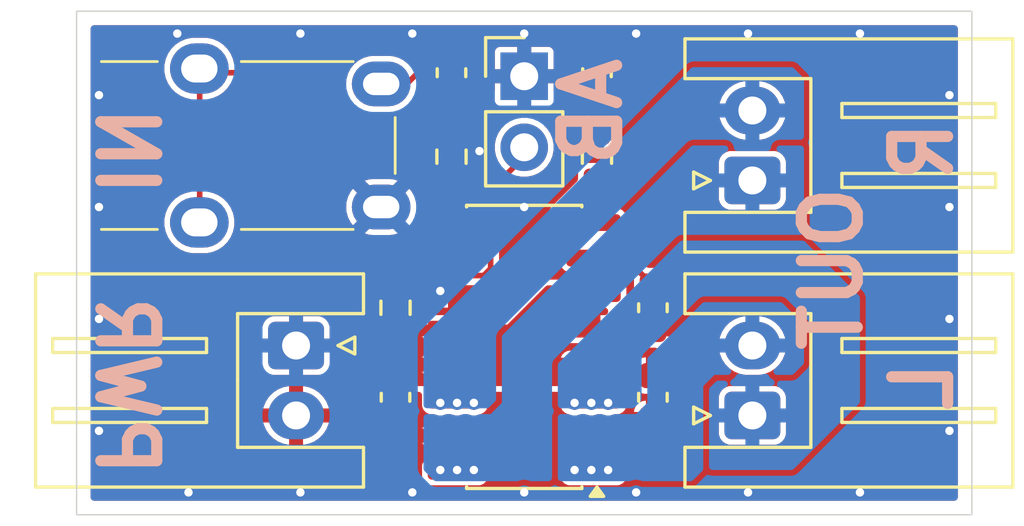
<source format=kicad_pcb>
(kicad_pcb (version 20241229) (generator "pcbnew") (generator_version "9.0")
  (layers (0 "F.Cu" signal) (2 "B.Cu" signal) (13 "F.Paste" user) (15 "B.Paste" user) (5 "F.SilkS" user "F.Silkscreen") (7 "B.SilkS" user "B.Silkscreen") (1 "F.Mask" user) (3 "B.Mask" user) (25 "Edge.Cuts" user))
  (net 0 "")
  (net 1 "INR")
  (net 2 "Net-(U1-INL)")
  (net 3 "GND")
  (net 4 "Net-(U1-INR)")
  (net 5 "INL")
  (net 6 "Net-(U1-VREF)")
  (net 7 "MODE")
  (net 8 "VDD")
  (net 9 "/ROUTN")
  (net 10 "/ROUTP")
  (net 11 "/LOUTN")
  (net 12 "/LOUTP")
  (net 13 "Net-(C1-Pad2)")
  (net 14 "Net-(C2-Pad2)")
  (footprint "Capacitor_SMD:C_0603_1608Metric" (layer "F.Cu") (at 97.4 93.2 -90)
    (property "Reference" "C2" (hide yes))
    (property "Value" "0u1" (hide yes))
    (fp_line (start -0.14058 0.51) (end 0.14058 0.51) (stroke (width 0.12)) (layer "F.SilkS"))
    (fp_line (start -0.14058 -0.51) (end 0.14058 -0.51) (stroke (width 0.12)) (layer "F.SilkS"))
    (pad "1" smd roundrect (at -0.775 0 270) (size 0.9 0.95) (layers "F.Cu" "F.Mask" "F.Paste") (net 1 "INR"))
    (pad "2" smd roundrect (at 0.775 0 270) (size 0.9 0.95) (layers "F.Cu" "F.Mask" "F.Paste") (net 14 "Net-(C2-Pad2)"))
  )
  (footprint "Connector_JST:JST_XH_S2B-XH-A_1x02_P2.50mm_Horizontal" (layer "F.Cu") (at 108.155 105.45 90)
    (property "Reference" "J2" (hide yes))
    (property "Value" "LOUT" (hide yes))
    (fp_line (start 5.06 -2.41) (end 3.64 -2.41) (stroke (width 0.12)) (layer "F.SilkS"))
    (fp_line (start 3.64 -2.41) (end 3.64 2.09) (stroke (width 0.12)) (layer "F.SilkS"))
    (fp_line (start -1.14 -2.41) (end -1.14 2.09) (stroke (width 0.12)) (layer "F.SilkS"))
    (fp_line (start -2.56 -2.41) (end -1.14 -2.41) (stroke (width 0.12)) (layer "F.SilkS"))
    (fp_line (start 0.3 -2.1) (end 0 -1.5) (stroke (width 0.12)) (layer "F.SilkS"))
    (fp_line (start -0.3 -2.1) (end 0.3 -2.1) (stroke (width 0.12)) (layer "F.SilkS"))
    (fp_line (start 0 -1.5) (end -0.3 -2.1) (stroke (width 0.12)) (layer "F.SilkS"))
    (fp_line (start 3.64 2.09) (end 1.25 2.09) (stroke (width 0.12)) (layer "F.SilkS"))
    (fp_line (start -1.14 2.09) (end 1.25 2.09) (stroke (width 0.12)) (layer "F.SilkS"))
    (fp_line (start 2.75 3.2) (end 2.25 3.2) (stroke (width 0.12)) (layer "F.SilkS"))
    (fp_line (start 2.25 3.2) (end 2.25 8.7) (stroke (width 0.12)) (layer "F.SilkS"))
    (fp_line (start 0.25 3.2) (end -0.25 3.2) (stroke (width 0.12)) (layer "F.SilkS"))
    (fp_line (start -0.25 3.2) (end -0.25 8.7) (stroke (width 0.12)) (layer "F.SilkS"))
    (fp_line (start 2.75 8.7) (end 2.75 3.2) (stroke (width 0.12)) (layer "F.SilkS"))
    (fp_line (start 2.25 8.7) (end 2.75 8.7) (stroke (width 0.12)) (layer "F.SilkS"))
    (fp_line (start 0.25 8.7) (end 0.25 3.2) (stroke (width 0.12)) (layer "F.SilkS"))
    (fp_line (start -0.25 8.7) (end 0.25 8.7) (stroke (width 0.12)) (layer "F.SilkS"))
    (fp_line (start 5.06 9.31) (end 5.06 -2.41) (stroke (width 0.12)) (layer "F.SilkS"))
    (fp_line (start 1.25 9.31) (end 5.06 9.31) (stroke (width 0.12)) (layer "F.SilkS"))
    (fp_line (start 1.25 9.31) (end -2.56 9.31) (stroke (width 0.12)) (layer "F.SilkS"))
    (fp_line (start -2.56 9.31) (end -2.56 -2.41) (stroke (width 0.12)) (layer "F.SilkS"))
    (pad "1" thru_hole roundrect (at 0 0 90) (size 1.7 2) (drill 1) (layers "*.Cu" "*.Mask") (roundrect_rratio 0.147059) (net 11 "/LOUTN"))
    (pad "2" thru_hole oval (at 2.5 0 90) (size 1.7 2) (drill 1) (layers "*.Cu" "*.Mask") (net 12 "/LOUTP"))
  )
  (footprint "Library:MJ-8435" (layer "F.Cu") (at 83.8875 95.8 90)
    (property "Reference" "J3" (hide yes))
    (property "Value" "AudioJack3" (hide yes))
    (fp_line (start -3 1) (end -3 3) (stroke (width 0.1)) (layer "F.SilkS"))
    (fp_line (start 3 3) (end 3 1) (stroke (width 0.1)) (layer "F.SilkS"))
    (fp_line (start -3 6) (end -3 10) (stroke (width 0.1)) (layer "F.SilkS"))
    (fp_line (start 3 10) (end 3 6) (stroke (width 0.1)) (layer "F.SilkS"))
    (fp_line (start -1 11.5) (end 1 11.5) (stroke (width 0.1)) (layer "F.SilkS"))
    (pad "R" thru_hole roundrect (at 2.2 11 90) (size 1.6 2.1) (drill oval 0.8 1.3) (layers "*.Cu" "*.Mask") (roundrect_rratio 0.5) (net 1 "INR"))
    (pad "S" thru_hole roundrect (at -2.2 11 90) (size 1.6 2.1) (drill oval 0.8 1.3) (layers "*.Cu" "*.Mask") (roundrect_rratio 0.5) (net 3 "GND"))
    (pad "T" thru_hole roundrect (at -2.75 4.5 90) (size 1.8 2.1) (drill oval 1 1.3) (layers "*.Cu" "*.Mask") (roundrect_rratio 0.5) (net 5 "INL"))
    (pad "T" thru_hole roundrect (at 2.75 4.5 90) (size 1.8 2.1) (drill oval 1 1.3) (layers "*.Cu" "*.Mask") (roundrect_rratio 0.5) (net 5 "INL"))
  )
  (footprint "Resistor_SMD:R_0603_1608Metric" (layer "F.Cu") (at 95.4 101.6 90)
    (property "Reference" "R1" (hide yes))
    (property "Value" "10k" (hide yes))
    (fp_line (start -0.237258 -0.5225) (end 0.237258 -0.5225) (stroke (width 0.12)) (layer "F.SilkS"))
    (fp_line (start -0.237258 0.5225) (end 0.237258 0.5225) (stroke (width 0.12)) (layer "F.SilkS"))
    (pad "1" smd roundrect (at -0.825 0 90) (size 0.8 0.95) (layers "F.Cu" "F.Mask" "F.Paste") (net 8 "VDD"))
    (pad "2" smd roundrect (at 0.825 0 90) (size 0.8 0.95) (layers "F.Cu" "F.Mask" "F.Paste") (net 7 "MODE"))
  )
  (footprint "Package_SO:SOIC-16_3.9x9.9mm_P1.27mm" (layer "F.Cu") (at 100 103 180)
    (property "Reference" "U1" (hide yes))
    (property "Value" "PAM8406D" (hide yes))
    (fp_line (start 2.06 5.06) (end -2.06 5.06) (stroke (width 0.12)) (layer "F.SilkS"))
    (fp_line (start 2.06 5.005) (end 2.06 5.06) (stroke (width 0.12)) (layer "F.SilkS"))
    (fp_line (start 2.06 -5.06) (end 2.06 -5.005) (stroke (width 0.12)) (layer "F.SilkS"))
    (fp_line (start -2.06 5.06) (end -2.06 5.005) (stroke (width 0.12)) (layer "F.SilkS"))
    (fp_line (start -2.06 -5.005) (end -2.06 -5.06) (stroke (width 0.12)) (layer "F.SilkS"))
    (fp_line (start -2.06 -5.06) (end 2.06 -5.06) (stroke (width 0.12)) (layer "F.SilkS"))
    (fp_poly (pts (xy -2.6 -5.01) (xy -2.84 -5.34) (xy -2.36 -5.34)) (stroke (width 0.12)) (fill yes) (layer "F.SilkS"))
    (pad "1" smd roundrect (at -2.475 -4.445 180) (size 1.95 0.6) (layers "F.Cu" "F.Mask" "F.Paste") (net 12 "/LOUTP"))
    (pad "2" smd roundrect (at -2.475 -3.175 180) (size 1.95 0.6) (layers "F.Cu" "F.Mask" "F.Paste") (net 3 "GND"))
    (pad "3" smd roundrect (at -2.475 -1.905 180) (size 1.95 0.6) (layers "F.Cu" "F.Mask" "F.Paste") (net 11 "/LOUTN"))
    (pad "4" smd roundrect (at -2.475 -0.635 180) (size 1.95 0.6) (layers "F.Cu" "F.Mask" "F.Paste") (net 8 "VDD"))
    (pad "5" smd roundrect (at -2.475 0.635 180) (size 1.95 0.6) (layers "F.Cu" "F.Mask" "F.Paste") (net 8 "VDD"))
    (pad "6" smd roundrect (at -2.475 1.905 180) (size 1.95 0.6) (layers "F.Cu" "F.Mask" "F.Paste") (net 8 "VDD"))
    (pad "7" smd roundrect (at -2.475 3.175 180) (size 1.95 0.6) (layers "F.Cu" "F.Mask" "F.Paste") (net 2 "Net-(U1-INL)"))
    (pad "8" smd roundrect (at -2.475 4.445 180) (size 1.95 0.6) (layers "F.Cu" "F.Mask" "F.Paste") (net 6 "Net-(U1-VREF)"))
    (pad "9" smd roundrect (at 2.475 4.445 180) (size 1.95 0.6) (layers "F.Cu" "F.Mask" "F.Paste") (net 7 "MODE"))
    (pad "10" smd roundrect (at 2.475 3.175 180) (size 1.95 0.6) (layers "F.Cu" "F.Mask" "F.Paste") (net 4 "Net-(U1-INR)"))
    (pad "11" smd roundrect (at 2.475 1.905 180) (size 1.95 0.6) (layers "F.Cu" "F.Mask" "F.Paste") (net 3 "GND"))
    (pad "12" smd roundrect (at 2.475 0.635 180) (size 1.95 0.6) (layers "F.Cu" "F.Mask" "F.Paste") (net 8 "VDD"))
    (pad "13" smd roundrect (at 2.475 -0.635 180) (size 1.95 0.6) (layers "F.Cu" "F.Mask" "F.Paste") (net 8 "VDD"))
    (pad "14" smd roundrect (at 2.475 -1.905 180) (size 1.95 0.6) (layers "F.Cu" "F.Mask" "F.Paste") (net 10 "/ROUTP"))
    (pad "15" smd roundrect (at 2.475 -3.175 180) (size 1.95 0.6) (layers "F.Cu" "F.Mask" "F.Paste") (net 3 "GND"))
    (pad "16" smd roundrect (at 2.475 -4.445 180) (size 1.95 0.6) (layers "F.Cu" "F.Mask" "F.Paste") (net 9 "/ROUTN"))
  )
  (footprint "Connector_PinHeader_2.54mm:PinHeader_1x02_P2.54mm_Vertical" (layer "F.Cu") (at 100 93.325)
    (property "Reference" "JP1" (hide yes))
    (property "Value" "AB" (hide yes))
    (fp_line (start -1.38 -1.38) (end 0 -1.38) (stroke (width 0.12)) (layer "F.SilkS"))
    (fp_line (start -1.38 0) (end -1.38 -1.38) (stroke (width 0.12)) (layer "F.SilkS"))
    (fp_line (start -1.38 1.27) (end -1.38 3.92) (stroke (width 0.12)) (layer "F.SilkS"))
    (fp_line (start -1.38 1.27) (end 1.38 1.27) (stroke (width 0.12)) (layer "F.SilkS"))
    (fp_line (start -1.38 3.92) (end 1.38 3.92) (stroke (width 0.12)) (layer "F.SilkS"))
    (fp_line (start 1.38 1.27) (end 1.38 3.92) (stroke (width 0.12)) (layer "F.SilkS"))
    (pad "1" thru_hole rect (at 0 0) (size 1.7 1.7) (drill 1) (layers "*.Cu" "*.Mask") (net 3 "GND"))
    (pad "2" thru_hole circle (at 0 2.54) (size 1.7 1.7) (drill 1) (layers "*.Cu" "*.Mask") (net 7 "MODE"))
  )
  (footprint "Resistor_SMD:R_0603_1608Metric" (layer "F.Cu") (at 102.6 96.2 -90)
    (property "Reference" "R2" (hide yes))
    (property "Value" "10k" (hide yes))
    (fp_line (start -0.237258 0.5225) (end 0.237258 0.5225) (stroke (width 0.12)) (layer "F.SilkS"))
    (fp_line (start -0.237258 -0.5225) (end 0.237258 -0.5225) (stroke (width 0.12)) (layer "F.SilkS"))
    (pad "1" smd roundrect (at -0.825 0 270) (size 0.8 0.95) (layers "F.Cu" "F.Mask" "F.Paste") (net 13 "Net-(C1-Pad2)"))
    (pad "2" smd roundrect (at 0.825 0 270) (size 0.8 0.95) (layers "F.Cu" "F.Mask" "F.Paste") (net 2 "Net-(U1-INL)"))
  )
  (footprint "Capacitor_SMD:C_0603_1608Metric" (layer "F.Cu") (at 104.6 101.6 90)
    (property "Reference" "C3" (hide yes))
    (property "Value" "0u1" (hide yes))
    (fp_line (start -0.14058 -0.51) (end 0.14058 -0.51) (stroke (width 0.12)) (layer "F.SilkS"))
    (fp_line (start -0.14058 0.51) (end 0.14058 0.51) (stroke (width 0.12)) (layer "F.SilkS"))
    (pad "1" smd roundrect (at -0.775 0 90) (size 0.9 0.95) (layers "F.Cu" "F.Mask" "F.Paste") (net 3 "GND"))
    (pad "2" smd roundrect (at 0.775 0 90) (size 0.9 0.95) (layers "F.Cu" "F.Mask" "F.Paste") (net 6 "Net-(U1-VREF)"))
  )
  (footprint "Capacitor_SMD:C_0603_1608Metric" (layer "F.Cu") (at 102.6 93.2 -90)
    (property "Reference" "C1" (hide yes))
    (property "Value" "0u1" (hide yes))
    (fp_line (start -0.14058 0.51) (end 0.14058 0.51) (stroke (width 0.12)) (layer "F.SilkS"))
    (fp_line (start -0.14058 -0.51) (end 0.14058 -0.51) (stroke (width 0.12)) (layer "F.SilkS"))
    (pad "1" smd roundrect (at -0.775 0 270) (size 0.9 0.95) (layers "F.Cu" "F.Mask" "F.Paste") (net 5 "INL"))
    (pad "2" smd roundrect (at 0.775 0 270) (size 0.9 0.95) (layers "F.Cu" "F.Mask" "F.Paste") (net 13 "Net-(C1-Pad2)"))
  )
  (footprint "Connector_JST:JST_XH_S2B-XH-A_1x02_P2.50mm_Horizontal" (layer "F.Cu") (at 91.845 102.95 -90)
    (property "Reference" "J4" (hide yes))
    (property "Value" "PWR" (hide yes))
    (fp_line (start -2.56 9.31) (end -2.56 -2.41) (stroke (width 0.12)) (layer "F.SilkS"))
    (fp_line (start 1.25 9.31) (end -2.56 9.31) (stroke (width 0.12)) (layer "F.SilkS"))
    (fp_line (start 1.25 9.31) (end 5.06 9.31) (stroke (width 0.12)) (layer "F.SilkS"))
    (fp_line (start 5.06 9.31) (end 5.06 -2.41) (stroke (width 0.12)) (layer "F.SilkS"))
    (fp_line (start -0.25 8.7) (end 0.25 8.7) (stroke (width 0.12)) (layer "F.SilkS"))
    (fp_line (start 0.25 8.7) (end 0.25 3.2) (stroke (width 0.12)) (layer "F.SilkS"))
    (fp_line (start 2.25 8.7) (end 2.75 8.7) (stroke (width 0.12)) (layer "F.SilkS"))
    (fp_line (start 2.75 8.7) (end 2.75 3.2) (stroke (width 0.12)) (layer "F.SilkS"))
    (fp_line (start -0.25 3.2) (end -0.25 8.7) (stroke (width 0.12)) (layer "F.SilkS"))
    (fp_line (start 0.25 3.2) (end -0.25 3.2) (stroke (width 0.12)) (layer "F.SilkS"))
    (fp_line (start 2.25 3.2) (end 2.25 8.7) (stroke (width 0.12)) (layer "F.SilkS"))
    (fp_line (start 2.75 3.2) (end 2.25 3.2) (stroke (width 0.12)) (layer "F.SilkS"))
    (fp_line (start -1.14 2.09) (end 1.25 2.09) (stroke (width 0.12)) (layer "F.SilkS"))
    (fp_line (start 3.64 2.09) (end 1.25 2.09) (stroke (width 0.12)) (layer "F.SilkS"))
    (fp_line (start 0 -1.5) (end -0.3 -2.1) (stroke (width 0.12)) (layer "F.SilkS"))
    (fp_line (start -0.3 -2.1) (end 0.3 -2.1) (stroke (width 0.12)) (layer "F.SilkS"))
    (fp_line (start 0.3 -2.1) (end 0 -1.5) (stroke (width 0.12)) (layer "F.SilkS"))
    (fp_line (start -2.56 -2.41) (end -1.14 -2.41) (stroke (width 0.12)) (layer "F.SilkS"))
    (fp_line (start -1.14 -2.41) (end -1.14 2.09) (stroke (width 0.12)) (layer "F.SilkS"))
    (fp_line (start 3.64 -2.41) (end 3.64 2.09) (stroke (width 0.12)) (layer "F.SilkS"))
    (fp_line (start 5.06 -2.41) (end 3.64 -2.41) (stroke (width 0.12)) (layer "F.SilkS"))
    (pad "1" thru_hole roundrect (at 0 0 270) (size 1.7 2) (drill 1) (layers "*.Cu" "*.Mask") (roundrect_rratio 0.147059) (net 3 "GND"))
    (pad "2" thru_hole oval (at 2.5 0 270) (size 1.7 2) (drill 1) (layers "*.Cu" "*.Mask") (net 8 "VDD"))
  )
  (footprint "Capacitor_SMD:C_0603_1608Metric" (layer "F.Cu") (at 95.4 104.8 90)
    (property "Reference" "C5" (hide yes))
    (property "Value" "1u" (hide yes))
    (fp_line (start -0.14058 -0.51) (end 0.14058 -0.51) (stroke (width 0.12)) (layer "F.SilkS"))
    (fp_line (start -0.14058 0.51) (end 0.14058 0.51) (stroke (width 0.12)) (layer "F.SilkS"))
    (pad "1" smd roundrect (at -0.775 0 90) (size 0.9 0.95) (layers "F.Cu" "F.Mask" "F.Paste") (net 3 "GND"))
    (pad "2" smd roundrect (at 0.775 0 90) (size 0.9 0.95) (layers "F.Cu" "F.Mask" "F.Paste") (net 8 "VDD"))
  )
  (footprint "Capacitor_SMD:C_0603_1608Metric" (layer "F.Cu") (at 104.6 104.8 90)
    (property "Reference" "C6" (hide yes))
    (property "Value" "1u" (hide yes))
    (fp_line (start -0.14058 -0.51) (end 0.14058 -0.51) (stroke (width 0.12)) (layer "F.SilkS"))
    (fp_line (start -0.14058 0.51) (end 0.14058 0.51) (stroke (width 0.12)) (layer "F.SilkS"))
    (pad "1" smd roundrect (at -0.775 0 90) (size 0.9 0.95) (layers "F.Cu" "F.Mask" "F.Paste") (net 3 "GND"))
    (pad "2" smd roundrect (at 0.775 0 90) (size 0.9 0.95) (layers "F.Cu" "F.Mask" "F.Paste") (net 8 "VDD"))
  )
  (footprint "Resistor_SMD:R_0603_1608Metric" (layer "F.Cu") (at 97.4 96.2 -90)
    (property "Reference" "R3" (hide yes))
    (property "Value" "10k" (hide yes))
    (fp_line (start -0.237258 0.5225) (end 0.237258 0.5225) (stroke (width 0.12)) (layer "F.SilkS"))
    (fp_line (start -0.237258 -0.5225) (end 0.237258 -0.5225) (stroke (width 0.12)) (layer "F.SilkS"))
    (pad "1" smd roundrect (at -0.825 0 270) (size 0.8 0.95) (layers "F.Cu" "F.Mask" "F.Paste") (net 14 "Net-(C2-Pad2)"))
    (pad "2" smd roundrect (at 0.825 0 270) (size 0.8 0.95) (layers "F.Cu" "F.Mask" "F.Paste") (net 4 "Net-(U1-INR)"))
  )
  (footprint "Connector_JST:JST_XH_S2B-XH-A_1x02_P2.50mm_Horizontal" (layer "F.Cu") (at 108.155 97.05 90)
    (property "Reference" "J1" (hide yes))
    (property "Value" "ROUT" (hide yes))
    (fp_line (start 5.06 -2.41) (end 3.64 -2.41) (stroke (width 0.12)) (layer "F.SilkS"))
    (fp_line (start 3.64 -2.41) (end 3.64 2.09) (stroke (width 0.12)) (layer "F.SilkS"))
    (fp_line (start -1.14 -2.41) (end -1.14 2.09) (stroke (width 0.12)) (layer "F.SilkS"))
    (fp_line (start -2.56 -2.41) (end -1.14 -2.41) (stroke (width 0.12)) (layer "F.SilkS"))
    (fp_line (start 0.3 -2.1) (end 0 -1.5) (stroke (width 0.12)) (layer "F.SilkS"))
    (fp_line (start -0.3 -2.1) (end 0.3 -2.1) (stroke (width 0.12)) (layer "F.SilkS"))
    (fp_line (start 0 -1.5) (end -0.3 -2.1) (stroke (width 0.12)) (layer "F.SilkS"))
    (fp_line (start 3.64 2.09) (end 1.25 2.09) (stroke (width 0.12)) (layer "F.SilkS"))
    (fp_line (start -1.14 2.09) (end 1.25 2.09) (stroke (width 0.12)) (layer "F.SilkS"))
    (fp_line (start 2.75 3.2) (end 2.25 3.2) (stroke (width 0.12)) (layer "F.SilkS"))
    (fp_line (start 2.25 3.2) (end 2.25 8.7) (stroke (width 0.12)) (layer "F.SilkS"))
    (fp_line (start 0.25 3.2) (end -0.25 3.2) (stroke (width 0.12)) (layer "F.SilkS"))
    (fp_line (start -0.25 3.2) (end -0.25 8.7) (stroke (width 0.12)) (layer "F.SilkS"))
    (fp_line (start 2.75 8.7) (end 2.75 3.2) (stroke (width 0.12)) (layer "F.SilkS"))
    (fp_line (start 2.25 8.7) (end 2.75 8.7) (stroke (width 0.12)) (layer "F.SilkS"))
    (fp_line (start 0.25 8.7) (end 0.25 3.2) (stroke (width 0.12)) (layer "F.SilkS"))
    (fp_line (start -0.25 8.7) (end 0.25 8.7) (stroke (width 0.12)) (layer "F.SilkS"))
    (fp_line (start 5.06 9.31) (end 5.06 -2.41) (stroke (width 0.12)) (layer "F.SilkS"))
    (fp_line (start 1.25 9.31) (end 5.06 9.31) (stroke (width 0.12)) (layer "F.SilkS"))
    (fp_line (start 1.25 9.31) (end -2.56 9.31) (stroke (width 0.12)) (layer "F.SilkS"))
    (fp_line (start -2.56 9.31) (end -2.56 -2.41) (stroke (width 0.12)) (layer "F.SilkS"))
    (pad "1" thru_hole roundrect (at 0 0 90) (size 1.7 2) (drill 1) (layers "*.Cu" "*.Mask") (roundrect_rratio 0.147059) (net 9 "/ROUTN"))
    (pad "2" thru_hole oval (at 2.5 0 90) (size 1.7 2) (drill 1) (layers "*.Cu" "*.Mask") (net 10 "/ROUTP"))
  )
  (footprint "Library:PCB.MCBEERINGI.DEV_small" (layer "B.Cu") (at 91.4 95.8 45)
    (property "Reference" "" (at 0 0 45) (layer "B.SilkS") (effects (font (size 1.27 1.27)) (justify mirror)))
    (property "Value" "")
  )
  (footprint "Library:mcbeeringi_icon_5mm" (layer "B.Cu") (at 97.4 95.6 45)
    (property "Reference" "" (at 0 0 45) (layer "B.SilkS") (effects (font (size 1.27 1.27)) (justify mirror)))
    (property "Value" "mcbeeringi_icon" (hide yes))
  )
  (gr_line (start 84 91) (end 84 109) (stroke (width 0.05)) (layer "Edge.Cuts"))
  (gr_line (start 84 91) (end 116 91) (stroke (width 0.05)) (layer "Edge.Cuts"))
  (gr_line (start 84 109) (end 116 109) (stroke (width 0.05)) (layer "Edge.Cuts"))
  (gr_line (start 116 91) (end 116 109) (stroke (width 0.05)) (layer "Edge.Cuts"))
  (gr_text "AB" (at 102.4 94.6 90) (layer "B.SilkS") (effects (font (size 2 2) (thickness 0.4) (bold yes)) (justify mirror)))
  (gr_text "R" (at 115.4 96 90) (layer "B.SilkS") (effects (font (size 2 2) (thickness 0.4) (bold yes)) (justify bottom mirror)))
  (gr_text "PWR" (at 84.6 104.4 270) (layer "B.SilkS") (effects (font (size 2 2) (thickness 0.4) (bold yes)) (justify bottom mirror)))
  (gr_text "IN" (at 84.6 96 270) (layer "B.SilkS") (effects (font (size 2 2) (thickness 0.4) (bold yes)) (justify bottom mirror)))
  (gr_text "L" (at 115.4 104.4 90) (layer "B.SilkS") (effects (font (size 2 2) (thickness 0.4) (bold yes)) (justify bottom mirror)))
  (gr_text "OUT" (at 111 100.2 90) (layer "B.SilkS") (effects (font (size 2 2) (thickness 0.4) (bold yes)) (justify mirror)))
  (segment (start 95.8 93.6) (end 94.8875 93.6) (width 0.2) (layer "F.Cu") (net 1))
  (segment (start 97.4 92.425) (end 96.975 92.425) (width 0.2) (layer "F.Cu") (net 1))
  (segment (start 96.975 92.425) (end 95.8 93.6) (width 0.2) (layer "F.Cu") (net 1))
  (segment (start 102.375 97.025) (end 101.199 98.201) (width 0.2) (layer "F.Cu") (net 2))
  (segment (start 101.199 98.201) (end 101.199 98.999) (width 0.2) (layer "F.Cu") (net 2))
  (segment (start 102.6 97.025) (end 102.375 97.025) (width 0.2) (layer "F.Cu") (net 2))
  (segment (start 101.199 98.999) (end 102.025 99.825) (width 0.2) (layer "F.Cu") (net 2))
  (segment (start 102.025 99.825) (end 102.475 99.825) (width 0.2) (layer "F.Cu") (net 2))
  (via (at 108 91.8) (size 0.5) (drill 0.3) (layers "F.Cu" "B.Cu") (net 3))
  (via (at 92 108.2) (size 0.5) (drill 0.3) (layers "F.Cu" "B.Cu") (net 3))
  (via (at 112 108.2) (size 0.5) (drill 0.3) (layers "F.Cu" "B.Cu") (net 3))
  (via (at 96 108.2) (size 0.5) (drill 0.3) (layers "F.Cu" "B.Cu") (net 3))
  (via (at 115.2 98) (size 0.5) (drill 0.3) (layers "F.Cu" "B.Cu") (net 3))
  (via (at 88 108.2) (size 0.5) (drill 0.3) (layers "F.Cu" "B.Cu") (net 3))
  (via (at 96 91.8) (size 0.5) (drill 0.3) (layers "F.Cu" "B.Cu") (net 3))
  (via (at 100 91.8) (size 0.5) (drill 0.3) (layers "F.Cu" "B.Cu") (net 3))
  (via (at 84.8 102) (size 0.5) (drill 0.3) (layers "F.Cu" "B.Cu") (net 3))
  (via (at 84.8 98) (size 0.5) (drill 0.3) (layers "F.Cu" "B.Cu") (net 3))
  (via (at 98.4 96) (size 0.5) (drill 0.3) (layers "F.Cu" "B.Cu") (net 3))
  (via (at 92 91.8) (size 0.5) (drill 0.3) (layers "F.Cu" "B.Cu") (net 3))
  (via (at 112 91.8) (size 0.5) (drill 0.3) (layers "F.Cu" "B.Cu") (net 3))
  (via (at 104 108.2) (size 0.5) (drill 0.3) (layers "F.Cu" "B.Cu") (net 3))
  (via (at 108 108.2) (size 0.5) (drill 0.3) (layers "F.Cu" "B.Cu") (net 3))
  (via (at 115.2 102) (size 0.5) (drill 0.3) (layers "F.Cu" "B.Cu") (net 3))
  (via (at 84.8 94) (size 0.5) (drill 0.3) (layers "F.Cu" "B.Cu") (net 3))
  (via (at 87.6 91.8) (size 0.5) (drill 0.3) (layers "F.Cu" "B.Cu") (net 3))
  (via (at 100 98) (size 0.5) (drill 0.3) (layers "F.Cu" "B.Cu") (net 3))
  (via (at 115.2 94) (size 0.5) (drill 0.3) (layers "F.Cu" "B.Cu") (net 3))
  (via (at 84.8 106) (size 0.5) (drill 0.3) (layers "F.Cu" "B.Cu") (net 3))
  (via (at 100 108.2) (size 0.5) (drill 0.3) (layers "F.Cu" "B.Cu") (net 3))
  (via (at 104 91.8) (size 0.5) (drill 0.3) (layers "F.Cu" "B.Cu") (net 3))
  (via (at 97 101) (size 0.5) (drill 0.3) (layers "F.Cu" "B.Cu") (net 3))
  (via (at 115.2 106) (size 0.5) (drill 0.3) (layers "F.Cu" "B.Cu") (net 3))
  (segment (start 96.249 97.951) (end 96.249 99.523999) (width 0.2) (layer "F.Cu") (net 4))
  (segment (start 97.175 97.025) (end 96.249 97.951) (width 0.2) (layer "F.Cu") (net 4))
  (segment (start 96.550001 99.825) (end 97.525 99.825) (width 0.2) (layer "F.Cu") (net 4))
  (segment (start 97.4 97.025) (end 97.175 97.025) (width 0.2) (layer "F.Cu") (net 4))
  (segment (start 96.249 99.523999) (end 96.550001 99.825) (width 0.2) (layer "F.Cu") (net 4))
  (segment (start 96.8 93.2) (end 96.4 93.6) (width 0.2) (layer "F.Cu") (net 5))
  (segment (start 98.2 93.4) (end 98 93.2) (width 0.2) (layer "F.Cu") (net 5))
  (segment (start 102.6 92.425) (end 101.8 93.225) (width 0.2) (layer "F.Cu") (net 5))
  (segment (start 88.4 93.0625) (end 88.4 98.5375) (width 0.2) (layer "F.Cu") (net 5))
  (segment (start 96.4 94) (end 95.6 94.8) (width 0.2) (layer "F.Cu") (net 5))
  (segment (start 101.8 93.225) (end 101.8 93.8) (width 0.2) (layer "F.Cu") (net 5))
  (segment (start 94.2 94.8) (end 92.6 93.2) (width 0.2) (layer "F.Cu") (net 5))
  (segment (start 101.8 93.8) (end 101 94.6) (width 0.2) (layer "F.Cu") (net 5))
  (segment (start 88.3875 93.05) (end 88.4 93.0625) (width 0.2) (layer "F.Cu") (net 5))
  (segment (start 98 93.2) (end 96.8 93.2) (width 0.2) (layer "F.Cu") (net 5))
  (segment (start 88.5375 93.2) (end 88.3875 93.05) (width 0.2) (layer "F.Cu") (net 5))
  (segment (start 101 94.6) (end 99 94.6) (width 0.2) (layer "F.Cu") (net 5))
  (segment (start 88.4 98.5375) (end 88.3875 98.55) (width 0.2) (layer "F.Cu") (net 5))
  (segment (start 99 94.6) (end 98.2 93.8) (width 0.2) (layer "F.Cu") (net 5))
  (segment (start 92.6 93.2) (end 88.5375 93.2) (width 0.2) (layer "F.Cu") (net 5))
  (segment (start 96.4 93.6) (end 96.4 94) (width 0.2) (layer "F.Cu") (net 5))
  (segment (start 98.2 93.8) (end 98.2 93.4) (width 0.2) (layer "F.Cu") (net 5))
  (segment (start 95.6 94.8) (end 94.2 94.8) (width 0.2) (layer "F.Cu") (net 5))
  (segment (start 102.475 98.555) (end 102.955 98.555) (width 0.2) (layer "F.Cu") (net 6))
  (segment (start 102.955 98.555) (end 103.8 99.4) (width 0.2) (layer "F.Cu") (net 6))
  (segment (start 103.8 100) (end 104.6 100.8) (width 0.2) (layer "F.Cu") (net 6))
  (segment (start 104.6 100.8) (end 104.6 100.825) (width 0.2) (layer "F.Cu") (net 6))
  (segment (start 103.8 99.4) (end 103.8 100) (width 0.2) (layer "F.Cu") (net 6))
  (segment (start 95.4 100.775) (end 95.425 100.775) (width 0.2) (layer "F.Cu") (net 7))
  (segment (start 98.8 100.2) (end 98.8 99.4) (width 0.2) (layer "F.Cu") (net 7))
  (segment (start 100 96.2) (end 100 95.865) (width 0.2) (layer "F.Cu") (net 7))
  (segment (start 95.75 100.45) (end 98.55 100.45) (width 0.2) (layer "F.Cu") (net 7))
  (segment (start 98.55 100.45) (end 98.8 100.2) (width 0.2) (layer "F.Cu") (net 7))
  (segment (start 97.955 98.555) (end 97.525 98.555) (width 0.2) (layer "F.Cu") (net 7))
  (segment (start 97.645 98.555) (end 100 96.2) (width 0.2) (layer "F.Cu") (net 7))
  (segment (start 95.425 100.775) (end 95.75 100.45) (width 0.2) (layer "F.Cu") (net 7))
  (segment (start 98.8 99.4) (end 97.955 98.555) (width 0.2) (layer "F.Cu") (net 7))
  (segment (start 97.525 98.555) (end 97.645 98.555) (width 0.2) (layer "F.Cu") (net 7))
  (via (at 98.2 107.4) (size 0.5) (drill 0.3) (layers "F.Cu" "B.Cu") (net 9))
  (via (at 97 107.4) (size 0.5) (drill 0.3) (layers "F.Cu" "B.Cu") (net 9))
  (via (at 97.6 107.4) (size 0.5) (drill 0.3) (layers "F.Cu" "B.Cu") (net 9))
  (via (at 98.2 105) (size 0.5) (drill 0.3) (layers "F.Cu" "B.Cu") (net 10))
  (via (at 97.6 105) (size 0.5) (drill 0.3) (layers "F.Cu" "B.Cu") (net 10))
  (via (at 97 105) (size 0.5) (drill 0.3) (layers "F.Cu" "B.Cu") (net 10))
  (via (at 102.4 105) (size 0.5) (drill 0.3) (layers "F.Cu" "B.Cu") (net 11))
  (via (at 101.8 105) (size 0.5) (drill 0.3) (layers "F.Cu" "B.Cu") (net 11))
  (via (at 103 105) (size 0.5) (drill 0.3) (layers "F.Cu" "B.Cu") (net 11))
  (via (at 102.4 107.4) (size 0.5) (drill 0.3) (layers "F.Cu" "B.Cu") (net 12))
  (via (at 103 107.4) (size 0.5) (drill 0.3) (layers "F.Cu" "B.Cu") (net 12))
  (via (at 101.8 107.4) (size 0.5) (drill 0.3) (layers "F.Cu" "B.Cu") (net 12))
  (segment (start 102.6 93.975) (end 102.6 95.375) (width 0.2) (layer "F.Cu") (net 13))
  (segment (start 97.4 93.975) (end 97.4 95.375) (width 0.2) (layer "F.Cu") (net 14))
  (zone (net 8) (net_name "VDD") (layer "F.Cu") (priority 5) (connect_pads (clearance 0.2)) (min_thickness 0.25) (fill yes (thermal_gap 0.2) (thermal_bridge_width 0.5))
    (polygon (pts (xy 104.8 102.8) (xy 103 102.8) (xy 103 100.8) (xy 100.8 100.8) (xy 99.4 102.2) (xy 94.6 102.2) (xy 92.8 104) (xy 90.6 104) (xy 90.2 104.4) (xy 90.2 106.4) (xy 90.6 106.8) (xy 93 106.8) (xy 95.4 104.4) (xy 104.8 104.4)))
  )
  (zone (net 3) (net_name "GND") (layers "F.Cu" "B.Cu") (connect_pads (clearance 0.2)) (min_thickness 0.25) (fill yes (thermal_gap 0.2) (thermal_bridge_width 0.5))
    (polygon (pts (xy 83.6 90.6) (xy 116.4 90.6) (xy 116.4 109.4) (xy 83.6 109.4)))
  )
  (zone (net 12) (net_name "/LOUTP") (layer "B.Cu") (priority 4) (connect_pads (clearance 0.2)) (min_thickness 0.25) (fill yes (thermal_gap 0.2) (thermal_bridge_width 0.5))
    (polygon (pts (xy 101.2 107.8) (xy 101.2 105.4) (xy 104 105.4) (xy 104.4 105) (xy 104.4 103.4) (xy 106.4 101.4) (xy 109.2 101.4) (xy 110 102.2) (xy 110 103.6) (xy 109.6 104) (xy 106.8 104) (xy 106.4 104.4) (xy 106.4 107.4) (xy 106 107.8)))
  )
  (zone (net 10) (net_name "/ROUTP") (layer "B.Cu") (priority 1) (connect_pads (clearance 0.2)) (min_thickness 0.25) (fill yes (thermal_gap 0.2) (thermal_bridge_width 0.5))
    (polygon (pts (xy 96.4 105.4) (xy 96.4 102.6) (xy 106 93) (xy 109.6 93) (xy 110 93.4) (xy 110 105.4)))
  )
  (zone (net 11) (net_name "/LOUTN") (layer "B.Cu") (priority 3) (connect_pads (clearance 0.2)) (min_thickness 0.25) (fill yes (thermal_gap 0.2) (thermal_bridge_width 0.5))
    (polygon (pts (xy 106.4 107.4) (xy 109.6 107.4) (xy 112 105) (xy 112 101.2) (xy 110 99.2) (xy 105.6 99.2) (xy 101.2 103.6) (xy 101.2 105.4)))
  )
  (zone (net 9) (net_name "/ROUTN") (layer "B.Cu") (priority 2) (connect_pads (clearance 0.2)) (min_thickness 0.25) (fill yes (thermal_gap 0.2) (thermal_bridge_width 0.5))
    (polygon (pts (xy 99.2 102.6) (xy 99.2 105) (xy 98.8 105.4) (xy 96.4 105.4) (xy 96.4 107.4) (xy 96.8 107.8) (xy 101 107.8) (xy 110 99.2) (xy 110 95.8) (xy 106 95.8)))
  )
)
</source>
